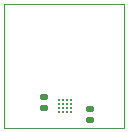
<source format=gbp>
%FSLAX44Y44*%
%MOMM*%
G71*
G01*
G75*
G04 Layer_Color=128*
%ADD10R,1.2000X0.8000*%
G04:AMPARAMS|DCode=11|XSize=0.6mm|YSize=0.5mm|CornerRadius=0.05mm|HoleSize=0mm|Usage=FLASHONLY|Rotation=180.000|XOffset=0mm|YOffset=0mm|HoleType=Round|Shape=RoundedRectangle|*
%AMROUNDEDRECTD11*
21,1,0.6000,0.4000,0,0,180.0*
21,1,0.5000,0.5000,0,0,180.0*
1,1,0.1000,-0.2500,0.2000*
1,1,0.1000,0.2500,0.2000*
1,1,0.1000,0.2500,-0.2000*
1,1,0.1000,-0.2500,-0.2000*
%
%ADD11ROUNDEDRECTD11*%
%ADD12C,0.1000*%
%ADD13C,0.0800*%
%ADD14C,0.5000*%
%ADD15C,0.2000*%
%ADD16C,0.3000*%
%ADD17C,0.0750*%
%ADD18R,1.5000X1.5000*%
%ADD19C,1.5000*%
%ADD20C,0.3500*%
%ADD21C,0.4500*%
%ADD22C,0.2000*%
%ADD23C,0.0500*%
%ADD24C,0.6000*%
%ADD25C,0.2500*%
%ADD26C,0.1000*%
%ADD27C,0.2000*%
D11*
X84760Y34030D02*
D03*
Y25030D02*
D03*
X46530Y34920D02*
D03*
Y43920D02*
D03*
D12*
X12000Y17660D02*
Y122950D01*
X114000Y17660D02*
Y122950D01*
X12000Y17660D02*
X114000D01*
X12000Y122950D02*
X114000D01*
D22*
X68950Y31040D02*
D03*
Y34540D02*
D03*
Y38040D02*
D03*
Y41540D02*
D03*
X65450Y31040D02*
D03*
Y34540D02*
D03*
Y38040D02*
D03*
Y41540D02*
D03*
X61950Y31040D02*
D03*
Y34540D02*
D03*
Y38040D02*
D03*
Y41540D02*
D03*
X58450Y31040D02*
D03*
Y34540D02*
D03*
Y38040D02*
D03*
Y41540D02*
D03*
M02*

</source>
